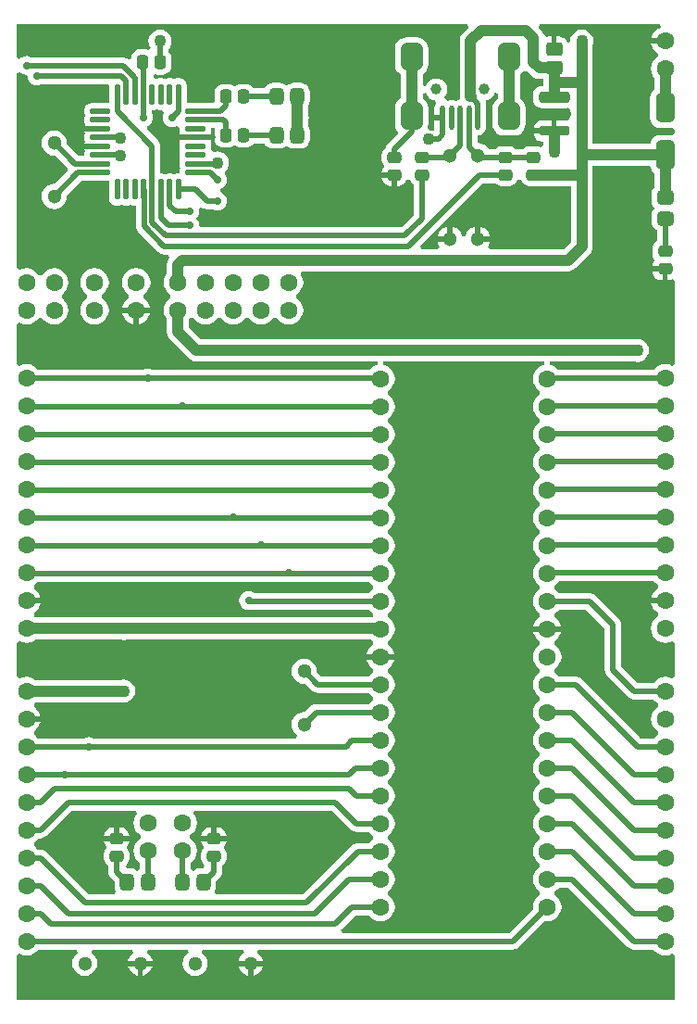
<source format=gtl>
%FSTAX43Y43*%
%MOMM*%
G71*
G01*
G75*
G04 Layer_Physical_Order=1*
G04 Layer_Color=16776960*
G04:AMPARAMS|DCode=10|XSize=1.3mm|YSize=1mm|CornerRadius=0.25mm|HoleSize=0mm|Usage=FLASHONLY|Rotation=270.000|XOffset=0mm|YOffset=0mm|HoleType=Round|Shape=RoundedRectangle|*
%AMROUNDEDRECTD10*
21,1,1.300,0.500,0,0,270.0*
21,1,0.800,1.000,0,0,270.0*
1,1,0.500,-0.250,-0.400*
1,1,0.500,-0.250,0.400*
1,1,0.500,0.250,0.400*
1,1,0.500,0.250,-0.400*
%
%ADD10ROUNDEDRECTD10*%
G04:AMPARAMS|DCode=11|XSize=1.5mm|YSize=1.3mm|CornerRadius=0.325mm|HoleSize=0mm|Usage=FLASHONLY|Rotation=270.000|XOffset=0mm|YOffset=0mm|HoleType=Round|Shape=RoundedRectangle|*
%AMROUNDEDRECTD11*
21,1,1.500,0.650,0,0,270.0*
21,1,0.850,1.300,0,0,270.0*
1,1,0.650,-0.325,-0.425*
1,1,0.650,-0.325,0.425*
1,1,0.650,0.325,0.425*
1,1,0.650,0.325,-0.425*
%
%ADD11ROUNDEDRECTD11*%
G04:AMPARAMS|DCode=12|XSize=1.9mm|YSize=0.5mm|CornerRadius=0.125mm|HoleSize=0mm|Usage=FLASHONLY|Rotation=0.000|XOffset=0mm|YOffset=0mm|HoleType=Round|Shape=RoundedRectangle|*
%AMROUNDEDRECTD12*
21,1,1.900,0.250,0,0,0.0*
21,1,1.650,0.500,0,0,0.0*
1,1,0.250,0.825,-0.125*
1,1,0.250,-0.825,-0.125*
1,1,0.250,-0.825,0.125*
1,1,0.250,0.825,0.125*
%
%ADD12ROUNDEDRECTD12*%
G04:AMPARAMS|DCode=13|XSize=1.9mm|YSize=0.5mm|CornerRadius=0.125mm|HoleSize=0mm|Usage=FLASHONLY|Rotation=90.000|XOffset=0mm|YOffset=0mm|HoleType=Round|Shape=RoundedRectangle|*
%AMROUNDEDRECTD13*
21,1,1.900,0.250,0,0,90.0*
21,1,1.650,0.500,0,0,90.0*
1,1,0.250,0.125,0.825*
1,1,0.250,0.125,-0.825*
1,1,0.250,-0.125,-0.825*
1,1,0.250,-0.125,0.825*
%
%ADD13ROUNDEDRECTD13*%
G04:AMPARAMS|DCode=14|XSize=1.3mm|YSize=1mm|CornerRadius=0.25mm|HoleSize=0mm|Usage=FLASHONLY|Rotation=180.000|XOffset=0mm|YOffset=0mm|HoleType=Round|Shape=RoundedRectangle|*
%AMROUNDEDRECTD14*
21,1,1.300,0.500,0,0,180.0*
21,1,0.800,1.000,0,0,180.0*
1,1,0.500,-0.400,0.250*
1,1,0.500,0.400,0.250*
1,1,0.500,0.400,-0.250*
1,1,0.500,-0.400,-0.250*
%
%ADD14ROUNDEDRECTD14*%
G04:AMPARAMS|DCode=15|XSize=1.5mm|YSize=1.3mm|CornerRadius=0.325mm|HoleSize=0mm|Usage=FLASHONLY|Rotation=0.000|XOffset=0mm|YOffset=0mm|HoleType=Round|Shape=RoundedRectangle|*
%AMROUNDEDRECTD15*
21,1,1.500,0.650,0,0,0.0*
21,1,0.850,1.300,0,0,0.0*
1,1,0.650,0.425,-0.325*
1,1,0.650,-0.425,-0.325*
1,1,0.650,-0.425,0.325*
1,1,0.650,0.425,0.325*
%
%ADD15ROUNDEDRECTD15*%
G04:AMPARAMS|DCode=16|XSize=2.65mm|YSize=1.75mm|CornerRadius=0.438mm|HoleSize=0mm|Usage=FLASHONLY|Rotation=270.000|XOffset=0mm|YOffset=0mm|HoleType=Round|Shape=RoundedRectangle|*
%AMROUNDEDRECTD16*
21,1,2.650,0.875,0,0,270.0*
21,1,1.775,1.750,0,0,270.0*
1,1,0.875,-0.438,-0.887*
1,1,0.875,-0.438,0.887*
1,1,0.875,0.438,0.887*
1,1,0.875,0.438,-0.887*
%
%ADD16ROUNDEDRECTD16*%
G04:AMPARAMS|DCode=17|XSize=0.9mm|YSize=2.7mm|CornerRadius=0.225mm|HoleSize=0mm|Usage=FLASHONLY|Rotation=270.000|XOffset=0mm|YOffset=0mm|HoleType=Round|Shape=RoundedRectangle|*
%AMROUNDEDRECTD17*
21,1,0.900,2.250,0,0,270.0*
21,1,0.450,2.700,0,0,270.0*
1,1,0.450,-1.125,-0.225*
1,1,0.450,-1.125,0.225*
1,1,0.450,1.125,0.225*
1,1,0.450,1.125,-0.225*
%
%ADD17ROUNDEDRECTD17*%
G04:AMPARAMS|DCode=18|XSize=1mm|YSize=2.8mm|CornerRadius=0.25mm|HoleSize=0mm|Usage=FLASHONLY|Rotation=270.000|XOffset=0mm|YOffset=0mm|HoleType=Round|Shape=RoundedRectangle|*
%AMROUNDEDRECTD18*
21,1,1.000,2.300,0,0,270.0*
21,1,0.500,2.800,0,0,270.0*
1,1,0.500,-1.150,-0.250*
1,1,0.500,-1.150,0.250*
1,1,0.500,1.150,0.250*
1,1,0.500,1.150,-0.250*
%
%ADD18ROUNDEDRECTD18*%
G04:AMPARAMS|DCode=19|XSize=1.5mm|YSize=1.25mm|CornerRadius=0.313mm|HoleSize=0mm|Usage=FLASHONLY|Rotation=0.000|XOffset=0mm|YOffset=0mm|HoleType=Round|Shape=RoundedRectangle|*
%AMROUNDEDRECTD19*
21,1,1.500,0.625,0,0,0.0*
21,1,0.875,1.250,0,0,0.0*
1,1,0.625,0.438,-0.313*
1,1,0.625,-0.438,-0.313*
1,1,0.625,-0.438,0.313*
1,1,0.625,0.438,0.313*
%
%ADD19ROUNDEDRECTD19*%
%ADD20O,0.500X2.250*%
G04:AMPARAMS|DCode=21|XSize=2.5mm|YSize=2mm|CornerRadius=0.5mm|HoleSize=0mm|Usage=FLASHONLY|Rotation=90.000|XOffset=0mm|YOffset=0mm|HoleType=Round|Shape=RoundedRectangle|*
%AMROUNDEDRECTD21*
21,1,2.500,1.000,0,0,90.0*
21,1,1.500,2.000,0,0,90.0*
1,1,1.000,0.500,0.750*
1,1,1.000,0.500,-0.750*
1,1,1.000,-0.500,-0.750*
1,1,1.000,-0.500,0.750*
%
%ADD21ROUNDEDRECTD21*%
%ADD22C,0.500*%
%ADD23C,1.000*%
%ADD24C,0.300*%
%ADD25C,1.600*%
%ADD26C,1.300*%
%ADD27C,1.000*%
%ADD28C,1.100*%
%ADD29C,0.700*%
G36*
X0081305Y0093053D02*
X0081557Y009286D01*
Y009256D01*
X0081305Y0092367D01*
X0081097Y0092096D01*
X0080966Y0091779D01*
X0080954Y009169D01*
X0082232D01*
Y009119D01*
X0080954D01*
X0080966Y0091101D01*
X0081097Y0090784D01*
X0081305Y0090513D01*
X0081557Y009032D01*
Y009002D01*
X0081305Y0089827D01*
X0081097Y0089556D01*
X0080966Y0089239D01*
X0080921Y00889D01*
X0080966Y0088561D01*
X0081097Y0088244D01*
X0081305Y0087973D01*
X0081577Y0087764D01*
X0081893Y0087633D01*
X0082232Y0087589D01*
X0082572Y0087633D01*
X0082879Y0087761D01*
X0083129Y0087594D01*
Y0084491D01*
X0082879Y0084324D01*
X0082572Y0084452D01*
X0082232Y0084496D01*
X0081893Y0084452D01*
X0081577Y0084321D01*
X0081305Y0084112D01*
X0081174Y0083941D01*
X0079688D01*
X0078226Y0085403D01*
Y0089217D01*
X0078226Y0089217D01*
X0078201Y0089413D01*
X0078125Y0089596D01*
X0078005Y0089752D01*
X0078005Y0089752D01*
X007583Y0091927D01*
X0075673Y0092048D01*
X007562Y009207D01*
X0075491Y0092123D01*
X0075295Y0092149D01*
X0072496D01*
X0072365Y009232D01*
X0072113Y0092512D01*
Y0092812D01*
X0072365Y0093005D01*
X0072532Y0093224D01*
X0081174D01*
X0081305Y0093053D01*
D02*
G37*
G36*
X005527Y0093005D02*
X0055522Y0092812D01*
Y0092512D01*
X005527Y009232D01*
X0055139Y0092149D01*
X0044605D01*
X0044561Y0092182D01*
X0044354Y0092268D01*
X0044132Y0092297D01*
X0043911Y0092268D01*
X0043704Y0092182D01*
X0043526Y0092046D01*
X004339Y0091869D01*
X0043304Y0091662D01*
X0043275Y009144D01*
X0043304Y0091218D01*
X004339Y0091011D01*
X0043526Y0090834D01*
X0043704Y0090698D01*
X0043911Y0090612D01*
X0044132Y0090583D01*
X0044354Y0090612D01*
X0044413Y0090636D01*
X0055139D01*
X005527Y0090465D01*
X0055522Y0090272D01*
Y0089973D01*
X0055438Y0089909D01*
X0033011D01*
X0032977Y0089923D01*
X0032702Y0089959D01*
X0032428Y0089923D01*
X0032394Y0089909D01*
X0024634D01*
X0024488Y009002D01*
Y009032D01*
X002474Y0090513D01*
X0024948Y0090784D01*
X0025079Y0091101D01*
X0025091Y009119D01*
X0023812D01*
Y009169D01*
X0025091D01*
X0025079Y0091779D01*
X0024948Y0092096D01*
X002474Y0092367D01*
X0024488Y009256D01*
Y009286D01*
X002474Y0093053D01*
X0024834Y0093176D01*
X0047535D01*
X0047594Y0093152D01*
X0047815Y0093123D01*
X0048037Y0093152D01*
X0048096Y0093176D01*
X0055139D01*
X005527Y0093005D01*
D02*
G37*
G36*
X0080882Y013102D02*
X0080976Y0130792D01*
X0081126Y0130596D01*
X0081224Y0130522D01*
Y0129185D01*
X0081219Y0129181D01*
X0081087Y0129009D01*
X0081004Y0128808D01*
X0080975Y0128592D01*
Y0127942D01*
X0081004Y0127727D01*
X0081087Y0127526D01*
X0081219Y0127354D01*
Y0127281D01*
X0081087Y0127109D01*
X0081004Y0126908D01*
X0080975Y0126692D01*
Y0126043D01*
X0081004Y0125827D01*
X0081087Y0125626D01*
X0081219Y0125454D01*
X0081391Y0125322D01*
X0081476Y0125287D01*
Y0124269D01*
X0081454Y012426D01*
X0081298Y012414D01*
X0081177Y0123983D01*
X0081102Y0123801D01*
X0081076Y0123605D01*
Y0123105D01*
X0081102Y0122909D01*
X0081177Y0122727D01*
X0081298Y012257D01*
Y012254D01*
X0081177Y0122383D01*
X0081102Y0122201D01*
X0081076Y0122005D01*
X0082232D01*
Y0121755D01*
X0082482D01*
Y0120749D01*
X0082632D01*
X0082828Y0120774D01*
X0082879Y0120795D01*
X0083129Y0120629D01*
Y0113066D01*
X0082879Y0112899D01*
X0082572Y0113027D01*
X0082232Y0113071D01*
X0081893Y0113027D01*
X0081577Y0112896D01*
X0081305Y0112687D01*
X0081174Y0112516D01*
X0072459D01*
X0072365Y011264D01*
X0072093Y0112848D01*
X0071777Y0112979D01*
X0071678Y0112992D01*
X0071698Y0113291D01*
X0079384D01*
X0079418Y0113277D01*
X0079692Y0113241D01*
X0079967Y0113277D01*
X0080222Y0113383D01*
X0080441Y0113551D01*
X008061Y011377D01*
X0080715Y0114026D01*
X0080752Y01143D01*
X0080715Y0114574D01*
X008061Y011483D01*
X0080441Y0115049D01*
X0080222Y0115217D01*
X0079967Y0115323D01*
X0079692Y0115359D01*
X0079418Y0115323D01*
X0079384Y0115309D01*
X0039788D01*
X0038664Y0116432D01*
Y0117162D01*
X0038776Y0117307D01*
X0039076D01*
X0039268Y0117056D01*
X003954Y0116847D01*
X0039856Y0116716D01*
X0040195Y0116672D01*
X0040535Y0116716D01*
X0040851Y0116847D01*
X0041123Y0117056D01*
X0041315Y0117307D01*
X0041616D01*
X0041808Y0117056D01*
X004208Y0116847D01*
X0042396Y0116716D01*
X0042736Y0116672D01*
X0043075Y0116716D01*
X0043391Y0116847D01*
X0043663Y0117056D01*
X0043855Y0117307D01*
X0044155D01*
X0044348Y0117056D01*
X004462Y0116847D01*
X0044936Y0116716D01*
X0045276Y0116672D01*
X0045615Y0116716D01*
X0045931Y0116847D01*
X0046203Y0117056D01*
X0046396Y0117307D01*
X0046695D01*
X0046888Y0117056D01*
X004716Y0116847D01*
X0047476Y0116716D01*
X0047815Y0116672D01*
X0048155Y0116716D01*
X0048471Y0116847D01*
X0048743Y0117056D01*
X0048951Y0117327D01*
X0049082Y0117644D01*
X0049127Y0117983D01*
X0049082Y0118322D01*
X0048951Y0118639D01*
X0048743Y011891D01*
X0048491Y0119103D01*
Y0119403D01*
X0048743Y0119596D01*
X0048951Y0119867D01*
X0049082Y0120184D01*
X0049127Y0120523D01*
X0049082Y0120862D01*
X0048951Y0121179D01*
X0048875Y0121277D01*
X0049008Y0121546D01*
X0073342D01*
X0073604Y0121581D01*
X0073847Y0121682D01*
X0074056Y0121842D01*
X0075326Y0123112D01*
X0075486Y0123321D01*
X0075587Y0123564D01*
X0075621Y0123825D01*
X0075621Y0123825D01*
X0075621Y0123825D01*
Y0123825D01*
Y0131144D01*
X0080865D01*
X0080882Y013102D01*
D02*
G37*
G36*
X0071197Y0112992D02*
X0071098Y0112979D01*
X0070782Y0112848D01*
X007051Y011264D01*
X0070302Y0112368D01*
X0070171Y0112052D01*
X0070126Y0111713D01*
X0070171Y0111373D01*
X0070302Y0111057D01*
X007051Y0110785D01*
X0070762Y0110592D01*
Y0110293D01*
X007051Y01101D01*
X0070302Y0109828D01*
X0070171Y0109512D01*
X0070126Y0109173D01*
X0070171Y0108833D01*
X0070302Y0108517D01*
X007051Y0108245D01*
X0070762Y0108052D01*
Y0107753D01*
X007051Y010756D01*
X0070302Y0107288D01*
X0070171Y0106972D01*
X0070126Y0106632D01*
X0070171Y0106293D01*
X0070302Y0105977D01*
X007051Y0105705D01*
X0070762Y0105512D01*
Y0105213D01*
X007051Y010502D01*
X0070302Y0104748D01*
X0070171Y0104432D01*
X0070126Y0104092D01*
X0070171Y0103753D01*
X0070302Y0103437D01*
X007051Y0103165D01*
X0070762Y0102973D01*
Y0102673D01*
X007051Y010248D01*
X0070302Y0102208D01*
X0070171Y0101892D01*
X0070126Y0101552D01*
X0070171Y0101213D01*
X0070302Y0100897D01*
X007051Y0100625D01*
X0070762Y0100433D01*
Y0100132D01*
X007051Y009994D01*
X0070302Y0099668D01*
X0070171Y0099352D01*
X0070126Y0099012D01*
X0070171Y0098673D01*
X0070302Y0098357D01*
X007051Y0098085D01*
X0070762Y0097893D01*
Y0097592D01*
X007051Y00974D01*
X0070302Y0097128D01*
X0070171Y0096812D01*
X0070126Y0096473D01*
X0070171Y0096133D01*
X0070302Y0095817D01*
X007051Y0095545D01*
X0070762Y0095353D01*
Y0095052D01*
X007051Y009486D01*
X0070302Y0094588D01*
X0070171Y0094272D01*
X0070126Y0093933D01*
X0070171Y0093593D01*
X0070302Y0093277D01*
X007051Y0093005D01*
X0070762Y0092812D01*
Y0092512D01*
X007051Y009232D01*
X0070302Y0092048D01*
X0070171Y0091732D01*
X0070126Y0091393D01*
X0070171Y0091053D01*
X0070302Y0090737D01*
X007051Y0090465D01*
X0070762Y0090272D01*
Y0089973D01*
X007051Y008978D01*
X0070302Y0089508D01*
X0070171Y0089192D01*
X0070159Y0089103D01*
X0072716D01*
X0072704Y0089192D01*
X0072573Y0089508D01*
X0072365Y008978D01*
X0072113Y0089973D01*
Y0090272D01*
X0072365Y0090465D01*
X0072496Y0090636D01*
X0074982D01*
X0076714Y0088904D01*
Y008509D01*
X0076714Y008509D01*
X0076714D01*
X0076739Y0084894D01*
X0076815Y0084712D01*
X0076935Y0084555D01*
X007884Y008265D01*
X0078997Y008253D01*
X0079179Y0082454D01*
X0079375Y0082429D01*
X0081174D01*
X0081305Y0082258D01*
X0081557Y0082065D01*
Y0081765D01*
X0081305Y0081572D01*
X0081097Y0081301D01*
X0080966Y0080984D01*
X0080921Y0080645D01*
X0080966Y0080306D01*
X0081097Y0079989D01*
X0081305Y0079718D01*
X0081557Y0079525D01*
Y0079225D01*
X0081305Y0079032D01*
X0081174Y0078861D01*
X0080006D01*
X007456Y0084307D01*
X0074403Y0084428D01*
X007435Y008445D01*
X0074221Y0084503D01*
X0074025Y0084529D01*
X0072496D01*
X0072365Y00847D01*
X0072113Y0084893D01*
Y0085192D01*
X0072365Y0085385D01*
X0072573Y0085657D01*
X0072704Y0085973D01*
X0072749Y0086312D01*
X0072704Y0086652D01*
X0072573Y0086968D01*
X0072365Y008724D01*
X0072113Y0087433D01*
Y0087732D01*
X0072365Y0087925D01*
X0072573Y0088197D01*
X0072704Y0088513D01*
X0072716Y0088603D01*
X0070159D01*
X0070171Y0088513D01*
X0070302Y0088197D01*
X007051Y0087925D01*
X0070762Y0087732D01*
Y0087433D01*
X007051Y008724D01*
X0070302Y0086968D01*
X0070171Y0086652D01*
X0070126Y0086312D01*
X0070171Y0085973D01*
X0070302Y0085657D01*
X007051Y0085385D01*
X0070762Y0085192D01*
Y0084893D01*
X007051Y00847D01*
X0070302Y0084428D01*
X0070171Y0084112D01*
X0070126Y0083772D01*
X0070171Y0083433D01*
X0070302Y0083117D01*
X007051Y0082845D01*
X0070762Y0082652D01*
Y0082353D01*
X007051Y008216D01*
X0070302Y0081888D01*
X0070171Y0081572D01*
X0070126Y0081232D01*
X0070171Y0080893D01*
X0070302Y0080577D01*
X007051Y0080305D01*
X0070762Y0080113D01*
Y0079812D01*
X007051Y007962D01*
X0070302Y0079348D01*
X0070171Y0079032D01*
X0070126Y0078692D01*
X0070171Y0078353D01*
X0070302Y0078037D01*
X007051Y0077765D01*
X0070762Y0077573D01*
Y0077272D01*
X007051Y007708D01*
X0070302Y0076808D01*
X0070171Y0076492D01*
X0070126Y0076152D01*
X0070171Y0075813D01*
X0070302Y0075497D01*
X007051Y0075225D01*
X0070762Y0075033D01*
Y0074732D01*
X007051Y007454D01*
X0070302Y0074268D01*
X0070171Y0073952D01*
X0070126Y0073613D01*
X0070171Y0073273D01*
X0070302Y0072957D01*
X007051Y0072685D01*
X0070762Y0072493D01*
Y0072192D01*
X007051Y0072D01*
X0070302Y0071728D01*
X0070171Y0071412D01*
X0070126Y0071073D01*
X0070171Y0070733D01*
X0070302Y0070417D01*
X007051Y0070145D01*
X0070762Y0069952D01*
Y0069652D01*
X007051Y006946D01*
X0070302Y0069188D01*
X0070171Y0068872D01*
X0070126Y0068533D01*
X0070171Y0068193D01*
X0070302Y0067877D01*
X007051Y0067605D01*
X0070762Y0067412D01*
Y0067113D01*
X007051Y006692D01*
X0070302Y0066648D01*
X0070171Y0066332D01*
X0070126Y0065993D01*
X0070171Y0065653D01*
X0070302Y0065337D01*
X007051Y0065065D01*
X0070762Y0064872D01*
Y0064573D01*
X007051Y006438D01*
X0070302Y0064108D01*
X0070171Y0063792D01*
X0070126Y0063452D01*
X0070154Y0063239D01*
X0067997Y0061081D01*
X0052686D01*
X0052589Y0061366D01*
X0052605Y0061378D01*
X0052605Y0061378D01*
X0052605Y0061378D01*
X0053923Y0062696D01*
X0055139D01*
X005527Y0062525D01*
X0055542Y0062317D01*
X0055858Y0062186D01*
X0056197Y0062141D01*
X0056537Y0062186D01*
X0056853Y0062317D01*
X0057125Y0062525D01*
X0057333Y0062797D01*
X0057464Y0063113D01*
X0057509Y0063452D01*
X0057464Y0063792D01*
X0057333Y0064108D01*
X0057125Y006438D01*
X0056873Y0064573D01*
Y0064872D01*
X0057125Y0065065D01*
X0057333Y0065337D01*
X0057464Y0065653D01*
X0057509Y0065993D01*
X0057464Y0066332D01*
X0057333Y0066648D01*
X0057125Y006692D01*
X0056873Y0067113D01*
Y0067412D01*
X0057125Y0067605D01*
X0057333Y0067877D01*
X0057464Y0068193D01*
X0057509Y0068533D01*
X0057464Y0068872D01*
X0057333Y0069188D01*
X0057125Y006946D01*
X0056873Y0069652D01*
Y0069952D01*
X0057125Y0070145D01*
X0057333Y0070417D01*
X0057464Y0070733D01*
X0057509Y0071073D01*
X0057464Y0071412D01*
X0057333Y0071728D01*
X0057125Y0072D01*
X0056873Y0072192D01*
Y0072493D01*
X0057125Y0072685D01*
X0057333Y0072957D01*
X0057464Y0073273D01*
X0057509Y0073613D01*
X0057464Y0073952D01*
X0057333Y0074268D01*
X0057125Y007454D01*
X0056873Y0074732D01*
Y0075033D01*
X0057125Y0075225D01*
X0057333Y0075497D01*
X0057464Y0075813D01*
X0057509Y0076152D01*
X0057464Y0076492D01*
X0057333Y0076808D01*
X0057125Y007708D01*
X0056873Y0077272D01*
Y0077573D01*
X0057125Y0077765D01*
X0057333Y0078037D01*
X0057464Y0078353D01*
X0057509Y0078692D01*
X0057464Y0079032D01*
X0057333Y0079348D01*
X0057125Y007962D01*
X0056873Y0079812D01*
Y0080113D01*
X0057125Y0080305D01*
X0057333Y0080577D01*
X0057464Y0080893D01*
X0057509Y0081232D01*
X0057464Y0081572D01*
X0057333Y0081888D01*
X0057125Y008216D01*
X0056873Y0082353D01*
Y0082652D01*
X0057125Y0082845D01*
X0057333Y0083117D01*
X0057464Y0083433D01*
X0057509Y0083772D01*
X0057464Y0084112D01*
X0057333Y0084428D01*
X0057125Y00847D01*
X0056873Y0084893D01*
Y0085192D01*
X0057125Y0085385D01*
X0057333Y0085657D01*
X0057464Y0085973D01*
X0057476Y0086062D01*
X0054919D01*
X0054931Y0085973D01*
X0055062Y0085657D01*
X005527Y0085385D01*
X0055522Y0085192D01*
Y0084893D01*
X005527Y00847D01*
X0055139Y0084529D01*
X0050743D01*
X0050362Y008491D01*
X0050372Y008499D01*
X0050333Y008529D01*
X0050217Y008557D01*
X0050033Y008581D01*
X0049792Y0085995D01*
X0049513Y008611D01*
X0049213Y008615D01*
X0048912Y008611D01*
X0048633Y0085995D01*
X0048392Y008581D01*
X0048208Y008557D01*
X0048092Y008529D01*
X0048053Y008499D01*
X0048092Y008469D01*
X0048208Y008441D01*
X0048392Y008417D01*
X0048633Y0083985D01*
X0048912Y008387D01*
X0049213Y008383D01*
X0049292Y0083841D01*
X0049895Y0083238D01*
X0049895Y0083238D01*
X0049984Y008317D01*
X0050052Y0083117D01*
X0050234Y0083042D01*
X005043Y0083016D01*
X0055139D01*
X005527Y0082845D01*
X0055522Y0082652D01*
Y0082353D01*
X005527Y008216D01*
X0055139Y0081989D01*
X0050335D01*
X0050139Y0081963D01*
X0049957Y0081888D01*
X00498Y0081767D01*
X0049292Y0081259D01*
X0049213Y008127D01*
X0048912Y008123D01*
X0048633Y0081115D01*
X0048392Y008093D01*
X0048208Y008069D01*
X0048092Y008041D01*
X0048053Y008011D01*
X0048092Y007981D01*
X0048208Y007953D01*
X0048392Y007929D01*
X004858Y0079146D01*
X0048484Y0078861D01*
X0029922D01*
X0029749Y0078933D01*
X0029528Y0078962D01*
X0029306Y0078933D01*
X0029133Y0078861D01*
X0024871D01*
X002474Y0079032D01*
X0024488Y0079225D01*
Y0079525D01*
X002474Y0079718D01*
X0024948Y0079989D01*
X0025079Y0080306D01*
X0025091Y0080395D01*
X0023812D01*
Y0080895D01*
X0025091D01*
X0025079Y0080984D01*
X0024948Y0081301D01*
X002474Y0081572D01*
X0024488Y0081765D01*
Y0082065D01*
X0024634Y0082176D01*
X0032394D01*
X0032428Y0082162D01*
X0032702Y0082126D01*
X0032977Y0082162D01*
X0033232Y0082268D01*
X0033451Y0082436D01*
X003362Y0082655D01*
X0033725Y0082911D01*
X0033762Y0083185D01*
X0033725Y0083459D01*
X003362Y0083715D01*
X0033451Y0083934D01*
X0033232Y0084102D01*
X0032977Y0084208D01*
X0032702Y0084244D01*
X0032428Y0084208D01*
X0032394Y0084194D01*
X0024634D01*
X0024468Y0084321D01*
X0024152Y0084452D01*
X0023812Y0084496D01*
X0023473Y0084452D01*
X0023166Y0084324D01*
X0022916Y0084491D01*
Y0087594D01*
X0023166Y0087761D01*
X0023473Y0087633D01*
X0023812Y0087589D01*
X0024152Y0087633D01*
X0024468Y0087764D01*
X0024634Y0087891D01*
X0032394D01*
X0032428Y0087877D01*
X0032702Y0087841D01*
X0032977Y0087877D01*
X0033011Y0087891D01*
X0055315D01*
X0055522Y0087732D01*
Y0087433D01*
X005527Y008724D01*
X0055062Y0086968D01*
X0054931Y0086652D01*
X0054919Y0086562D01*
X0057476D01*
X0057464Y0086652D01*
X0057333Y0086968D01*
X0057125Y008724D01*
X0056873Y0087433D01*
Y0087732D01*
X0057125Y0087925D01*
X0057333Y0088197D01*
X0057464Y0088513D01*
X0057509Y0088853D01*
X0057464Y0089192D01*
X0057333Y0089508D01*
X0057125Y008978D01*
X0056873Y0089973D01*
Y0090272D01*
X0057125Y0090465D01*
X0057333Y0090737D01*
X0057464Y0091053D01*
X0057509Y0091393D01*
X0057464Y0091732D01*
X0057333Y0092048D01*
X0057125Y009232D01*
X0056873Y0092512D01*
Y0092812D01*
X0057125Y0093005D01*
X0057333Y0093277D01*
X0057464Y0093593D01*
X0057509Y0093933D01*
X0057464Y0094272D01*
X0057333Y0094588D01*
X0057125Y009486D01*
X0056873Y0095052D01*
Y0095353D01*
X0057125Y0095545D01*
X0057333Y0095817D01*
X0057464Y0096133D01*
X0057509Y0096473D01*
X0057464Y0096812D01*
X0057333Y0097128D01*
X0057125Y00974D01*
X0056873Y0097592D01*
Y0097893D01*
X0057125Y0098085D01*
X0057333Y0098357D01*
X0057464Y0098673D01*
X0057509Y0099012D01*
X0057464Y0099352D01*
X0057333Y0099668D01*
X0057125Y009994D01*
X0056873Y0100132D01*
Y0100433D01*
X0057125Y0100625D01*
X0057333Y0100897D01*
X0057464Y0101213D01*
X0057509Y0101552D01*
X0057464Y0101892D01*
X0057333Y0102208D01*
X0057125Y010248D01*
X0056873Y0102673D01*
Y0102973D01*
X0057125Y0103165D01*
X0057333Y0103437D01*
X0057464Y0103753D01*
X0057509Y0104092D01*
X0057464Y0104432D01*
X0057333Y0104748D01*
X0057125Y010502D01*
X0056873Y0105213D01*
Y0105512D01*
X0057125Y0105705D01*
X0057333Y0105977D01*
X0057464Y0106293D01*
X0057509Y0106632D01*
X0057464Y0106972D01*
X0057333Y0107288D01*
X0057125Y010756D01*
X0056873Y0107753D01*
Y0108052D01*
X0057125Y0108245D01*
X0057333Y0108517D01*
X0057464Y0108833D01*
X0057509Y0109173D01*
X0057464Y0109512D01*
X0057333Y0109828D01*
X0057125Y01101D01*
X0056873Y0110293D01*
Y0110592D01*
X0057125Y0110785D01*
X0057333Y0111057D01*
X0057464Y0111373D01*
X0057509Y0111713D01*
X0057464Y0112052D01*
X0057333Y0112368D01*
X0057125Y011264D01*
X0056853Y0112848D01*
X0056537Y0112979D01*
X0056438Y0112992D01*
X0056458Y0113291D01*
X0071177D01*
X0071197Y0112992D01*
D02*
G37*
G36*
X007884Y005979D02*
X007884Y005979D01*
X0078997Y005967D01*
X0079179Y0059594D01*
X0079375Y0059569D01*
X0081174D01*
X0081305Y0059398D01*
X0081577Y0059189D01*
X0081893Y0059058D01*
X0082232Y0059014D01*
X0082572Y0059058D01*
X0082879Y0059186D01*
X0083129Y0059019D01*
Y0054984D01*
X0022916D01*
Y0059019D01*
X0023166Y0059186D01*
X0023473Y0059058D01*
X0023812Y0059014D01*
X0024152Y0059058D01*
X0024468Y0059189D01*
X002474Y0059398D01*
X0024871Y0059569D01*
X0028453D01*
X0028549Y0059284D01*
X0028326Y0059113D01*
X0028142Y0058873D01*
X0028026Y0058593D01*
X0027987Y0058293D01*
X0028026Y0057993D01*
X0028142Y0057713D01*
X0028326Y0057473D01*
X0028567Y0057288D01*
X0028846Y0057173D01*
X0029146Y0057133D01*
X0029447Y0057173D01*
X0029726Y0057288D01*
X0029967Y0057473D01*
X0030151Y0057713D01*
X0030267Y0057993D01*
X0030306Y0058293D01*
X0030267Y0058593D01*
X0030151Y0058873D01*
X0029967Y0059113D01*
X0029743Y0059284D01*
X002984Y0059569D01*
X0033533D01*
X003363Y0059284D01*
X0033406Y0059113D01*
X0033222Y0058873D01*
X0033106Y0058593D01*
X0033099Y0058543D01*
X0035354D01*
X0035347Y0058593D01*
X0035231Y0058873D01*
X0035047Y0059113D01*
X0034824Y0059284D01*
X003492Y0059569D01*
X003855D01*
X0038646Y0059284D01*
X0038423Y0059113D01*
X0038238Y0058873D01*
X0038123Y0058593D01*
X0038083Y0058293D01*
X0038123Y0057993D01*
X0038238Y0057713D01*
X0038423Y0057473D01*
X0038663Y0057288D01*
X0038943Y0057173D01*
X0039243Y0057133D01*
X0039543Y0057173D01*
X0039823Y0057288D01*
X0040063Y0057473D01*
X0040248Y0057713D01*
X0040363Y0057993D01*
X0040403Y0058293D01*
X0040363Y0058593D01*
X0040248Y0058873D01*
X0040063Y0059113D01*
X003984Y0059284D01*
X0039936Y0059569D01*
X004363D01*
X0043726Y0059284D01*
X0043503Y0059113D01*
X0043318Y0058873D01*
X0043203Y0058593D01*
X0043196Y0058543D01*
X004545D01*
X0045443Y0058593D01*
X0045328Y0058873D01*
X0045143Y0059113D01*
X004492Y0059284D01*
X0045016Y0059569D01*
X006831D01*
X0068506Y0059594D01*
X0068635Y0059648D01*
X0068688Y005967D01*
X0068845Y005979D01*
X0071224Y0062169D01*
X0071438Y0062141D01*
X0071777Y0062186D01*
X0072093Y0062317D01*
X0072365Y0062525D01*
X0072573Y0062797D01*
X0072704Y0063113D01*
X0072749Y0063452D01*
X0072704Y0063792D01*
X0072573Y0064108D01*
X0072365Y006438D01*
X0072113Y0064573D01*
Y0064872D01*
X0072365Y0065065D01*
X0072496Y0065236D01*
X0073394D01*
X007884Y005979D01*
D02*
G37*
G36*
X0053488Y0070538D02*
X0053488Y0070538D01*
X0053576Y007047D01*
X0053644Y0070417D01*
X005372Y0070386D01*
X0053827Y0070342D01*
X0054022Y0070316D01*
X0055139D01*
X005527Y0070145D01*
X0055522Y0069952D01*
Y0069652D01*
X005527Y006946D01*
X0055139Y0069289D01*
X0054126D01*
X005393Y0069263D01*
X0053823Y0069219D01*
X0053748Y0069188D01*
X0053591Y0069067D01*
X0049098Y0064574D01*
X0041151D01*
X0041019Y0064843D01*
X0041048Y0064881D01*
X0041131Y0065082D01*
X004116Y0065298D01*
Y006581D01*
X0041492Y0066143D01*
X0041492Y0066143D01*
X0041613Y0066299D01*
X0041688Y0066482D01*
X0041691Y0066504D01*
X0041714Y0066677D01*
X0041714Y0066678D01*
Y0067183D01*
X0041736Y0067192D01*
X0041892Y0067313D01*
X0042013Y0067469D01*
X0042088Y0067652D01*
X0042114Y0067848D01*
Y0068348D01*
X0042088Y0068543D01*
X0042013Y0068726D01*
X0041892Y0068882D01*
Y0068913D01*
X0042013Y0069069D01*
X0042088Y0069252D01*
X0042114Y0069448D01*
X0039801D01*
X0039827Y0069252D01*
X0039902Y0069069D01*
X0040023Y0068913D01*
Y0068882D01*
X0039902Y0068726D01*
X0039827Y0068543D01*
X0039801Y0068348D01*
Y0067848D01*
X0039827Y0067652D01*
X0039902Y0067469D01*
X0040023Y0067313D01*
X0040086Y0067264D01*
X003999Y006698D01*
X0039678D01*
X0039462Y0066951D01*
X0039261Y0066868D01*
X0039128Y0066766D01*
X0038859Y0066898D01*
Y0067524D01*
X0039027Y0067653D01*
X0039236Y0067924D01*
X0039367Y0068241D01*
X0039411Y006858D01*
X0039367Y0068919D01*
X0039236Y0069236D01*
X0039027Y0069507D01*
X0038776Y00697D01*
Y007D01*
X0039027Y0070193D01*
X0039236Y0070464D01*
X0039367Y0070781D01*
X0039411Y007112D01*
X0039367Y0071459D01*
X0039236Y0071776D01*
X0039064Y0071999D01*
X0039195Y0072266D01*
X0039197Y0072269D01*
X0051757D01*
X0053488Y0070538D01*
D02*
G37*
G36*
X003383Y0072266D02*
X0033961Y0071999D01*
X0033789Y0071776D01*
X0033658Y0071459D01*
X0033614Y007112D01*
X0033658Y0070781D01*
X0033789Y0070464D01*
X0033998Y0070193D01*
X0034249Y007D01*
Y00697D01*
X0033998Y0069507D01*
X0033789Y0069236D01*
X0033658Y0068919D01*
X0033614Y006858D01*
X0033658Y0068241D01*
X0033789Y0067924D01*
X0033998Y0067653D01*
X0034166Y0067524D01*
Y0066898D01*
X0033897Y0066766D01*
X0033764Y0066868D01*
X0033563Y0066951D01*
X0033347Y006698D01*
X0033035D01*
X0032939Y0067264D01*
X0033002Y0067313D01*
X0033123Y0067469D01*
X0033198Y0067652D01*
X0033224Y0067848D01*
Y0068348D01*
X0033198Y0068543D01*
X0033123Y0068726D01*
X0033002Y0068882D01*
Y0068913D01*
X0033123Y0069069D01*
X0033198Y0069252D01*
X0033224Y0069448D01*
X0030911D01*
X0030937Y0069252D01*
X0031012Y0069069D01*
X0031133Y0068913D01*
Y0068882D01*
X0031012Y0068726D01*
X0030937Y0068543D01*
X0030911Y0068348D01*
Y0067848D01*
X0030937Y0067652D01*
X0031012Y0067469D01*
X0031133Y0067313D01*
X0031289Y0067192D01*
X0031311Y0067183D01*
Y0066677D01*
X0031311Y0066677D01*
X0031311D01*
X0031337Y0066482D01*
X0031412Y0066299D01*
X0031533Y0066143D01*
X0031865Y006581D01*
Y0065298D01*
X0031894Y0065082D01*
X0031977Y0064881D01*
X0032006Y0064843D01*
X0031874Y0064574D01*
X0029523D01*
X0025617Y006848D01*
X0025461Y00686D01*
X0025278Y0068676D01*
X0025083Y0068701D01*
X0024871D01*
X002474Y0068872D01*
X0024488Y0069065D01*
Y0069365D01*
X002474Y0069558D01*
X0024871Y0069729D01*
X0025083D01*
X0025278Y0069754D01*
X0025461Y006983D01*
X0025617Y006995D01*
X0027936Y0072269D01*
X0033828D01*
X003383Y0072266D01*
D02*
G37*
G36*
X0069625Y0139768D02*
X0070012Y0139382D01*
X0070221Y0139221D01*
X0070464Y0139121D01*
X0070725Y0139086D01*
X0071064D01*
Y0138747D01*
Y0138446D01*
X0070923D01*
X0070727Y0138421D01*
X0070544Y0138345D01*
X0070388Y0138225D01*
X0070267Y0138068D01*
X0070192Y0137886D01*
X0070166Y013769D01*
Y013719D01*
X0070192Y0136994D01*
X0070267Y0136812D01*
X0070388Y0136655D01*
X0070544Y0136535D01*
X0070727Y0136459D01*
X0070923Y0136434D01*
X0072056D01*
X0072073Y0136431D01*
X0072089Y0136434D01*
X0073223D01*
X0073378Y0136454D01*
X0073445Y0136396D01*
X0073604Y0136011D01*
Y0135795D01*
X0073392Y0135285D01*
X0073378Y0135272D01*
X0073198Y0135296D01*
X0072377D01*
X0072334Y0135314D01*
X0072323Y0135316D01*
Y013434D01*
X0072073D01*
Y013409D01*
X007022D01*
X0070241Y0133926D01*
X0070314Y0133749D01*
X007043Y0133598D01*
X0070582Y0133482D01*
X0070758Y0133409D01*
X0070948Y0133384D01*
X0071064D01*
Y0133054D01*
X0070814Y0132887D01*
X0070763Y0132908D01*
X0070567Y0132934D01*
X0069768D01*
X0069572Y0132908D01*
X0069389Y0132833D01*
X0069233Y0132712D01*
X0069211Y0132684D01*
X0068584D01*
X0068562Y0132712D01*
X0068406Y0132833D01*
X0068223Y0132908D01*
X0068027Y0132934D01*
X0067228D01*
X0067032Y0132908D01*
X0066849Y0132833D01*
X0066693Y0132712D01*
X0066671Y0132684D01*
X0066074D01*
X0065908Y01329D01*
X0065667Y0133085D01*
X0065388Y01332D01*
X0065088Y013324D01*
X0065056Y0133267D01*
Y0133903D01*
X00651Y0133941D01*
X0065296Y0133967D01*
X0065478Y0134042D01*
X0065635Y0134163D01*
X0065755Y0134319D01*
X0065831Y0134502D01*
X0065856Y0134697D01*
Y0135572D01*
X0065856Y0135572D01*
X0065856Y0135573D01*
Y0136447D01*
X0065844Y0136542D01*
Y0136842D01*
X0065818Y0137038D01*
X0065888Y0137159D01*
X0065961Y0137168D01*
X0066204Y0137269D01*
X0066413Y0137429D01*
X0066574Y0137638D01*
X0066647Y0137816D01*
X0066941Y0137757D01*
Y0137318D01*
X0066737Y0137161D01*
X0066576Y0136952D01*
X0066476Y0136709D01*
X0066441Y0136447D01*
Y0134947D01*
X0066476Y0134686D01*
X0066576Y0134443D01*
X0066737Y0134234D01*
X0066946Y0134074D01*
X0067189Y0133973D01*
X006745Y0133939D01*
X006845D01*
X0068711Y0133973D01*
X0068954Y0134074D01*
X0069163Y0134234D01*
X0069324Y0134443D01*
X0069424Y0134686D01*
X0069459Y0134947D01*
Y0136447D01*
X0069424Y0136709D01*
X0069324Y0136952D01*
X0069163Y0137161D01*
X0068959Y0137318D01*
Y0139527D01*
X0069163Y0139684D01*
X0069262Y0139813D01*
X0069483Y0139827D01*
X0069625Y0139768D01*
D02*
G37*
G36*
X0023206Y0139729D02*
X0023384Y0139593D01*
X0023591Y0139507D01*
X0023812Y0139478D01*
X0023908Y0139383D01*
X0023937Y0139161D01*
X0024023Y0138954D01*
X0024159Y0138776D01*
X0024336Y013864D01*
X0024543Y0138554D01*
X0024765Y0138525D01*
X0024987Y0138554D01*
X002516Y0138626D01*
X003128D01*
X0031363Y0138525D01*
Y0136912D01*
X002975D01*
X0029506Y0136864D01*
X0029299Y0136726D01*
X0029161Y0136519D01*
X0029113Y0136275D01*
Y0136025D01*
X0029161Y0135781D01*
X0029182Y013575D01*
X0029161Y0135719D01*
X0029113Y0135475D01*
Y0135225D01*
X0029161Y0134981D01*
X0029182Y013495D01*
X0029161Y0134919D01*
X0029138Y01348D01*
X0029282D01*
X0029299Y0134774D01*
X0029506Y0134636D01*
X002975Y0134588D01*
X0030575D01*
Y0134512D01*
X002975D01*
X0029506Y0134464D01*
X0029299Y0134326D01*
X0029282Y01343D01*
X0029138D01*
X0029161Y0134181D01*
X0029182Y013415D01*
X0029161Y0134119D01*
X0029113Y0133875D01*
Y0133625D01*
X0029161Y0133381D01*
X0029182Y013335D01*
X0029161Y0133319D01*
X0029138Y01332D01*
X0029282D01*
X0029299Y0133174D01*
X0029506Y0133036D01*
X002975Y0132988D01*
X0030575D01*
Y0132912D01*
X002975D01*
X0029506Y0132864D01*
X0029299Y0132726D01*
X0029282Y01327D01*
X0029138D01*
X0029161Y0132581D01*
X0029182Y013255D01*
X0029161Y0132519D01*
X0029113Y0132275D01*
Y0132106D01*
X0028566D01*
X0027502Y013317D01*
X0027512Y013325D01*
X0027473Y013355D01*
X0027357Y013383D01*
X0027173Y013407D01*
X0026932Y0134255D01*
X0026653Y013437D01*
X0026353Y013441D01*
X0026052Y013437D01*
X0025773Y0134255D01*
X0025532Y013407D01*
X0025348Y013383D01*
X0025232Y013355D01*
X0025193Y013325D01*
X0025232Y013295D01*
X0025348Y013267D01*
X0025532Y013243D01*
X0025773Y0132245D01*
X0026052Y013213D01*
X0026353Y013209D01*
X0026432Y0132101D01*
X0027573Y013096D01*
Y013066D01*
X0026432Y0129519D01*
X0026353Y012953D01*
X0026052Y012949D01*
X0025773Y0129375D01*
X0025532Y012919D01*
X0025348Y012895D01*
X0025232Y012867D01*
X0025193Y012837D01*
X0025232Y012807D01*
X0025348Y012779D01*
X0025532Y012755D01*
X0025773Y0127365D01*
X0026052Y012725D01*
X0026353Y012721D01*
X0026653Y012725D01*
X0026932Y0127365D01*
X0027173Y012755D01*
X0027357Y012779D01*
X0027473Y012807D01*
X0027512Y012837D01*
X0027502Y012845D01*
X0028846Y0129794D01*
X0029721D01*
X002975Y0129788D01*
X0031363D01*
Y0128175D01*
X0031411Y0127931D01*
X0031549Y0127724D01*
X0031756Y0127586D01*
X0032Y0127538D01*
X003225D01*
X0032494Y0127586D01*
X0032525Y0127607D01*
X0032556Y0127586D01*
X00328Y0127538D01*
X003305D01*
X0033294Y0127586D01*
X0033325Y0127607D01*
X0033356Y0127586D01*
X00336Y0127538D01*
X0033815D01*
Y0125653D01*
X0033815Y0125653D01*
X0033815D01*
X003384Y0125457D01*
X0033916Y0125274D01*
X0034036Y0125118D01*
X0035864Y012329D01*
X003602Y012317D01*
X0036074Y0123148D01*
X0036203Y0123094D01*
X0036301Y0123081D01*
X0036399Y0123069D01*
X0036399Y0123069D01*
X0036791D01*
X0036924Y0122799D01*
X0036782Y0122615D01*
X0036681Y0122372D01*
X0036647Y012211D01*
Y0121344D01*
X003652Y0121179D01*
X0036389Y0120862D01*
X0036344Y0120523D01*
X0036389Y0120184D01*
X003652Y0119867D01*
X0036728Y0119596D01*
X003698Y0119403D01*
Y0119103D01*
X0036728Y011891D01*
X003652Y0118639D01*
X0036389Y0118322D01*
X0036344Y0117983D01*
X0036389Y0117644D01*
X003652Y0117327D01*
X0036647Y0117162D01*
Y0116015D01*
X0036647Y0116015D01*
X0036647D01*
X0036681Y0115753D01*
X0036782Y011551D01*
X0036942Y0115301D01*
X0038657Y0113587D01*
X0038866Y0113426D01*
X0039109Y0113326D01*
X003937Y0113291D01*
X0055937D01*
X0055957Y0112992D01*
X0055858Y0112979D01*
X0055542Y0112848D01*
X005527Y011264D01*
X0055176Y0112516D01*
X003532D01*
X0035147Y0112588D01*
X0034925Y0112617D01*
X0034703Y0112588D01*
X003453Y0112516D01*
X0024871D01*
X002474Y0112687D01*
X0024468Y0112896D01*
X0024152Y0113027D01*
X0023812Y0113071D01*
X0023473Y0113027D01*
X0023166Y0112899D01*
X0022916Y0113066D01*
Y0116677D01*
X0023166Y0116844D01*
X0023473Y0116716D01*
X0023812Y0116672D01*
X0024152Y0116716D01*
X0024468Y0116847D01*
X002474Y0117056D01*
X0024933Y0117307D01*
X0025233D01*
X0025425Y0117056D01*
X0025697Y0116847D01*
X0026013Y0116716D01*
X0026353Y0116672D01*
X0026692Y0116716D01*
X0027008Y0116847D01*
X002728Y0117056D01*
X0027488Y0117327D01*
X0027619Y0117644D01*
X0027664Y0117983D01*
X0027619Y0118322D01*
X0027488Y0118639D01*
X002728Y011891D01*
X0027029Y0119103D01*
Y0119403D01*
X002728Y0119596D01*
X0027489Y0119867D01*
X002762Y0120184D01*
X0027664Y0120523D01*
X002762Y0120862D01*
X0027489Y0121179D01*
X002728Y012145D01*
X0027009Y0121659D01*
X0026693Y012179D01*
X0026353Y0121834D01*
X0026014Y012179D01*
X0025698Y0121659D01*
X0025426Y012145D01*
X0025233Y0121199D01*
X0024933D01*
X002474Y012145D01*
X0024469Y0121659D01*
X0024153Y012179D01*
X0023813Y0121834D01*
X0023474Y012179D01*
X0023166Y0121662D01*
X0022916Y0121828D01*
Y013964D01*
X00232Y0139737D01*
X0023206Y0139729D01*
D02*
G37*
G36*
X0069112Y0129699D02*
X0069233Y0129543D01*
X0069389Y0129422D01*
X0069572Y0129347D01*
X0069768Y0129321D01*
X0070151D01*
X0070168Y0129319D01*
X0073604D01*
Y0124243D01*
X0072925Y0123564D01*
X0066188D01*
X0066056Y0123833D01*
X0066092Y012388D01*
X0066208Y012416D01*
X0066215Y012421D01*
X0065088D01*
Y012446D01*
X0064838D01*
Y0125587D01*
X0064787Y012558D01*
X0064508Y0125465D01*
X0064267Y012528D01*
X0064083Y012504D01*
X0063967Y0124761D01*
X0063667D01*
X0063552Y012504D01*
X0063368Y012528D01*
X0063127Y0125465D01*
X0062848Y012558D01*
X0062798Y0125587D01*
Y012446D01*
X0062548D01*
Y012421D01*
X006142D01*
X0061427Y012416D01*
X0061543Y012388D01*
X0061579Y0123833D01*
X0061447Y0123564D01*
X0059938D01*
X0059823Y0123841D01*
X0065553Y0129571D01*
X0066671D01*
X0066693Y0129543D01*
X0066849Y0129422D01*
X0067032Y0129347D01*
X0067228Y0129321D01*
X0068027D01*
X0068223Y0129347D01*
X0068406Y0129422D01*
X0068562Y0129543D01*
X0068683Y0129699D01*
X0068747Y0129856D01*
X0069048D01*
X0069112Y0129699D01*
D02*
G37*
G36*
X006428Y0143812D02*
X0063733Y0143264D01*
X0063572Y0143055D01*
X0063472Y0142812D01*
X0063437Y0142551D01*
X0063437Y0142551D01*
X0063437D01*
X0063437Y0142551D01*
X0063437D01*
Y0137484D01*
X0063472Y0137223D01*
X0063472D01*
X0063304Y0137178D01*
X0063304D01*
X0063304Y0137178D01*
X0063122Y0137103D01*
X00631Y0137086D01*
X0063078Y0137103D01*
X0062896Y0137178D01*
X00627Y0137204D01*
X0062504Y0137178D01*
X0062362Y0137119D01*
X0062093Y0137252D01*
X0062037Y013746D01*
X0062174Y0137638D01*
X0062274Y0137881D01*
X0062309Y0138143D01*
X0062274Y0138404D01*
X0062174Y0138647D01*
X0062013Y0138856D01*
X0061804Y0139016D01*
X0061561Y0139117D01*
X00613Y0139151D01*
X0061039Y0139117D01*
X0060796Y0139016D01*
X0060587Y0138856D01*
X0060426Y0138647D01*
X0060353Y0138469D01*
X0060059Y0138528D01*
Y0139527D01*
X0060263Y0139684D01*
X0060424Y0139893D01*
X0060524Y0140136D01*
X0060559Y0140398D01*
Y0141898D01*
X0060524Y0142159D01*
X0060424Y0142402D01*
X0060263Y0142611D01*
X0060054Y0142771D01*
X0059811Y0142872D01*
X005955Y0142906D01*
X005855D01*
X0058289Y0142872D01*
X0058046Y0142771D01*
X0057837Y0142611D01*
X0057676Y0142402D01*
X0057576Y0142159D01*
X0057541Y0141898D01*
Y0140398D01*
X0057576Y0140136D01*
X0057676Y0139893D01*
X0057837Y0139684D01*
X0058041Y0139527D01*
Y0137318D01*
X0057837Y0137161D01*
X0057676Y0136952D01*
X0057576Y0136709D01*
X0057541Y0136447D01*
Y0134947D01*
X0057576Y0134686D01*
X0057676Y0134443D01*
X0057837Y0134234D01*
X0057842Y0134159D01*
X0056933Y013325D01*
X0056812Y0133093D01*
X0056737Y0132911D01*
X0056731Y0132869D01*
X0056729Y0132849D01*
X0056689Y0132833D01*
X0056533Y0132712D01*
X0056412Y0132556D01*
X0056337Y0132373D01*
X0056311Y0132178D01*
Y0131678D01*
X0056337Y0131482D01*
X0056412Y0131299D01*
X0056533Y0131143D01*
Y0131112D01*
X0056412Y0130956D01*
X0056337Y0130773D01*
X0056311Y0130577D01*
X0057467D01*
Y0130327D01*
X0057717D01*
Y0129321D01*
X0057868D01*
X0058063Y0129347D01*
X0058246Y0129422D01*
X0058402Y0129543D01*
X0058523Y0129699D01*
X0058588Y0129856D01*
X0058888D01*
X0058952Y0129699D01*
X0059073Y0129543D01*
X0059229Y0129422D01*
X0059251Y0129413D01*
Y0126678D01*
X0058107Y0125534D01*
X0039764D01*
X0039592Y012573D01*
X0039563Y0125952D01*
X0039477Y0126159D01*
X0039341Y0126336D01*
Y0126394D01*
X0039477Y0126571D01*
X0039563Y0126778D01*
X0039592Y0127D01*
X0039563Y0127222D01*
X0039561Y0127226D01*
X0039799Y0127408D01*
X0039944Y0127297D01*
X0040127Y0127222D01*
X0040322Y0127196D01*
X004088D01*
X0041053Y0127124D01*
X0041275Y0127095D01*
X0041497Y0127124D01*
X0041704Y012721D01*
X0041881Y0127346D01*
X0042017Y0127524D01*
X0042103Y0127731D01*
X0042132Y0127952D01*
X0042103Y0128174D01*
X0042017Y0128381D01*
X0041881Y0128559D01*
X0041704Y0128695D01*
X0041559Y0128755D01*
Y0129055D01*
X0041704Y0129115D01*
X0041881Y0129251D01*
X0042017Y0129429D01*
X0042103Y0129636D01*
X0042132Y0129857D01*
X0042103Y0130079D01*
X0042017Y0130286D01*
X0041951Y0130373D01*
X004199Y013067D01*
X0042024Y0130696D01*
X0042192Y0130915D01*
X0042298Y0131171D01*
X0042334Y0131445D01*
X0042298Y0131719D01*
X0042192Y0131975D01*
X0042024Y0132194D01*
X0041805Y0132362D01*
X0041549Y0132468D01*
X0041275Y0132504D01*
X0041001Y0132468D01*
X004093Y0132439D01*
X0040698Y0132629D01*
X0040737Y0132825D01*
Y0133075D01*
X0040689Y0133319D01*
X0040668Y013335D01*
X0040689Y0133381D01*
X0040712Y01335D01*
X0040568D01*
X0040551Y0133526D01*
X0040344Y0133664D01*
X00401Y0133712D01*
X003845D01*
X0038206Y0133664D01*
X0037999Y0133526D01*
X0037982Y01335D01*
X0037838D01*
X0037861Y0133381D01*
X0037882Y013335D01*
X0037861Y0133319D01*
X0037813Y0133075D01*
Y0132825D01*
X0037861Y0132581D01*
X0037882Y013255D01*
X0037861Y0132519D01*
X0037813Y0132275D01*
Y0132025D01*
X0037861Y0131781D01*
X0037882Y013175D01*
X0037861Y0131719D01*
X0037813Y0131475D01*
Y0131225D01*
X0037861Y0130981D01*
X0037882Y013095D01*
X0037861Y0130919D01*
X0037813Y0130675D01*
Y0130462D01*
X00376D01*
X0037356Y0130414D01*
X0037325Y0130393D01*
X0037294Y0130414D01*
X003705Y0130462D01*
X00368D01*
X0036556Y0130414D01*
X0036525Y0130393D01*
X0036494Y0130414D01*
X003625Y0130462D01*
X0036081D01*
Y013295D01*
X0036081Y013295D01*
X0036059Y0133123D01*
X0036056Y0133146D01*
X003598Y0133328D01*
X003586Y0133485D01*
X003586Y0133485D01*
X0034834Y0134511D01*
X0034893Y0134805D01*
X0034954Y013483D01*
X0035131Y0134966D01*
X0035267Y0135144D01*
X0035353Y0135351D01*
X0035382Y0135572D01*
X0035353Y0135794D01*
X0035281Y0135967D01*
Y0136238D01*
X003545D01*
X0035694Y0136286D01*
X0035725Y0136307D01*
X0035756Y0136286D01*
X0036Y0136238D01*
X0036233D01*
X00364Y0135988D01*
X0036319Y0135794D01*
X003629Y0135572D01*
X0036319Y0135351D01*
X0036405Y0135144D01*
X0036541Y0134966D01*
X0036719Y013483D01*
X0036926Y0134744D01*
X0037147Y0134715D01*
X0037369Y0134744D01*
X0037563Y0134825D01*
X0037813Y0134658D01*
Y0134425D01*
X0037861Y0134181D01*
X0037882Y013415D01*
X0037861Y0134119D01*
X0037838Y0134D01*
X0037982D01*
X0037999Y0133974D01*
X0038206Y0133836D01*
X003845Y0133788D01*
X00401D01*
X0040344Y0133836D01*
X0040551Y0133974D01*
X0040568Y0134D01*
X0040712D01*
X0040689Y0134119D01*
X0040668Y013415D01*
X0040689Y0134181D01*
X0040737Y0134425D01*
Y0134594D01*
X0041073D01*
D01*
X0041056Y0134385D01*
D01*
D01*
X0041056Y0134385D01*
X0041056D01*
D01*
D01*
D01*
Y0133585D01*
X0041082Y0133389D01*
X0041157Y0133207D01*
X0041278Y013305D01*
X0041434Y013293D01*
X0041617Y0132854D01*
X0041812Y0132829D01*
X0042312D01*
X0042508Y0132854D01*
X0042691Y013293D01*
X0042847Y013305D01*
X0042878D01*
X0043034Y013293D01*
X0043217Y0132854D01*
X0043412Y0132829D01*
X0043912D01*
X0044108Y0132854D01*
X0044291Y013293D01*
X0044447Y013305D01*
X0044568Y0133207D01*
X0044577Y0133229D01*
X0045594D01*
X0045629Y0133144D01*
X0045762Y0132972D01*
X0045934Y0132839D01*
X0046135Y0132756D01*
X004635Y0132728D01*
X0047D01*
X0047215Y0132756D01*
X0047416Y0132839D01*
X0047588Y0132972D01*
X0047662D01*
X0047834Y0132839D01*
X0048035Y0132756D01*
X004825Y0132728D01*
X00489D01*
X0049115Y0132756D01*
X0049316Y0132839D01*
X0049488Y0132972D01*
X0049621Y0133144D01*
X0049704Y0133345D01*
X0049732Y013356D01*
Y013441D01*
X0049704Y0134625D01*
X0049621Y0134826D01*
X0049584Y0134874D01*
Y0135258D01*
X00496Y0135298D01*
X0049637Y0135572D01*
X00496Y0135847D01*
X0049584Y0135887D01*
Y0136588D01*
X0049621Y0136636D01*
X0049704Y0136837D01*
X0049732Y0137053D01*
Y0137902D01*
X0049704Y0138118D01*
X0049621Y0138319D01*
X0049488Y0138491D01*
X0049316Y0138623D01*
X0049115Y0138706D01*
X00489Y0138735D01*
X004825D01*
X0048035Y0138706D01*
X0047834Y0138623D01*
X0047662Y0138491D01*
X0047588D01*
X0047416Y0138623D01*
X0047215Y0138706D01*
X0047Y0138735D01*
X004635D01*
X0046135Y0138706D01*
X0045934Y0138623D01*
X0045762Y0138491D01*
X0045629Y0138319D01*
X0045594Y0138234D01*
X0044577D01*
X0044568Y0138256D01*
X0044447Y0138412D01*
X0044291Y0138533D01*
X0044108Y0138608D01*
X0043912Y0138634D01*
X0043412D01*
X0043217Y0138608D01*
X0043034Y0138533D01*
X0042878Y0138412D01*
X0042847D01*
X0042691Y0138533D01*
X0042508Y0138608D01*
X0042312Y0138634D01*
X0041812D01*
X0041617Y0138608D01*
X0041434Y0138533D01*
X0041278Y0138412D01*
X0041157Y0138256D01*
X0041082Y0138073D01*
X0041056Y0137878D01*
Y0137077D01*
X0040906Y0136906D01*
X0040129D01*
X00401Y0136912D01*
X0038487D01*
Y0138525D01*
X0038439Y0138769D01*
X0038301Y0138976D01*
X0038094Y0139114D01*
X003785Y0139162D01*
X00376D01*
X0037356Y0139114D01*
X0037325Y0139093D01*
X0037294Y0139114D01*
X003705Y0139162D01*
X00368D01*
X0036556Y0139114D01*
X0036525Y0139093D01*
X0036494Y0139114D01*
X003625Y0139162D01*
X0036D01*
X0035756Y0139114D01*
X0035725Y0139093D01*
X0035694Y0139114D01*
X0035451Y0139162D01*
X003545Y0139165D01*
X003545Y0139495D01*
X0035531Y0139549D01*
X0035597Y0139522D01*
X0035792Y0139496D01*
X0036292D01*
X0036488Y0139522D01*
X0036671Y0139597D01*
X0036827Y0139718D01*
X0036948Y0139874D01*
X0037023Y0140057D01*
X0037049Y0140253D01*
Y0141053D01*
X0037023Y0141248D01*
X0036948Y0141431D01*
X0036827Y0141587D01*
X0036799Y0141609D01*
Y0141819D01*
X003696Y0142028D01*
X0037065Y0142283D01*
X0037102Y0142557D01*
X0037065Y0142832D01*
X003696Y0143087D01*
X0036791Y0143306D01*
X0036572Y0143475D01*
X0036317Y014358D01*
X0036042Y0143617D01*
X0035768Y014358D01*
X0035513Y0143475D01*
X0035294Y0143306D01*
X0035125Y0143087D01*
X003502Y0142832D01*
X0034983Y0142557D01*
X003502Y0142283D01*
X0035125Y0142028D01*
X0035158Y0141985D01*
X0034976Y0141747D01*
X0034888Y0141783D01*
X0034693Y0141809D01*
X0034193D01*
X0033997Y0141783D01*
X0033814Y0141708D01*
X0033658Y0141587D01*
X0033537Y0141431D01*
X0033462Y0141248D01*
X0033436Y0141053D01*
Y0140984D01*
X0033161Y014087D01*
X0033005Y014099D01*
X0032951Y0141012D01*
X0032822Y0141066D01*
X0032626Y0141091D01*
X0024207D01*
X0024034Y0141163D01*
X0023812Y0141192D01*
X0023591Y0141163D01*
X0023384Y0141077D01*
X0023206Y0140941D01*
X00232Y0140933D01*
X0022916Y014103D01*
Y0144089D01*
X0064165D01*
X006428Y0143812D01*
D02*
G37*
G36*
X0060426Y0137638D02*
X0060587Y0137429D01*
X0060796Y0137269D01*
X0061039Y0137168D01*
X0061167Y0137151D01*
X0061282Y0136874D01*
X0061245Y0136826D01*
X0061169Y0136643D01*
X0061144Y0136447D01*
Y0135822D01*
X00619D01*
Y0135322D01*
X0061144D01*
Y0134697D01*
Y0134356D01*
X0060658D01*
X0060491Y0134606D01*
X0060524Y0134686D01*
X0060559Y0134947D01*
Y0136447D01*
X0060524Y0136709D01*
X0060424Y0136952D01*
X0060263Y0137161D01*
X0060059Y0137318D01*
Y0137757D01*
X0060353Y0137816D01*
X0060426Y0137638D01*
D02*
G37*
G36*
X0081822Y0143795D02*
X0081577Y0143693D01*
X0081305Y0143485D01*
X0081097Y0143213D01*
X0080966Y0142897D01*
X0080954Y0142807D01*
X0082232D01*
Y0142307D01*
X0080954D01*
X0080966Y0142218D01*
X0081097Y0141902D01*
X0081305Y014163D01*
X0081557Y0141438D01*
Y0141137D01*
X0081305Y0140945D01*
X0081097Y0140673D01*
X0080966Y0140357D01*
X0080921Y0140018D01*
X0080966Y0139678D01*
X0081097Y0139362D01*
X0081224Y0139196D01*
Y0138083D01*
X0081126Y0138009D01*
X0080976Y0137813D01*
X0080882Y0137585D01*
X0080849Y013734D01*
Y0135565D01*
X0080882Y013532D01*
X0080976Y0135092D01*
X0081126Y0134896D01*
X0081322Y0134746D01*
X008155Y0134652D01*
X0081795Y0134619D01*
X008267D01*
X0082903Y013465D01*
X0083129Y0134452D01*
Y0134153D01*
X0082903Y0133955D01*
X008267Y0133986D01*
X0081795D01*
X008155Y0133953D01*
X0081322Y0133859D01*
X0081126Y0133709D01*
X0080976Y0133513D01*
X0080882Y0133285D01*
X0080865Y0133161D01*
X0075621D01*
Y0138747D01*
Y0142249D01*
X0075635Y0142283D01*
X0075672Y0142557D01*
X0075635Y0142832D01*
X007553Y0143087D01*
X0075361Y0143306D01*
X0075142Y0143475D01*
X0074887Y014358D01*
X0074613Y0143617D01*
X0074338Y014358D01*
X0074083Y0143475D01*
X0073864Y0143306D01*
X0073695Y0143087D01*
X007359Y0142832D01*
X0073553Y0142557D01*
X0073557Y014253D01*
X0073267Y0142452D01*
X007322Y0142567D01*
X0073089Y0142737D01*
X007292Y0142867D01*
X0072722Y0142949D01*
X007251Y0142977D01*
X0072323D01*
Y0141845D01*
X0071823D01*
Y0142977D01*
X0071635D01*
X0071423Y0142949D01*
X0071407Y0142943D01*
X0071147Y0143093D01*
X0071142Y0143136D01*
X00711Y0143237D01*
X0071041Y0143379D01*
X0070881Y0143588D01*
X0070657Y0143812D01*
X0070772Y0144089D01*
X0081764D01*
X0081822Y0143795D01*
D02*
G37*
%LPC*%
G36*
X0071823Y0135316D02*
X0071811Y0135314D01*
X0071768Y0135296D01*
X0070948D01*
X0070758Y0135271D01*
X0070582Y0135198D01*
X007043Y0135082D01*
X0070314Y0134931D01*
X0070241Y0134754D01*
X007022Y013459D01*
X0071823D01*
Y0135316D01*
D02*
G37*
G36*
X0057217Y0130077D02*
X0056311D01*
X0056337Y0129882D01*
X0056412Y0129699D01*
X0056533Y0129543D01*
X0056689Y0129422D01*
X0056872Y0129347D01*
X0057068Y0129321D01*
X0057217D01*
Y0130077D01*
D02*
G37*
G36*
X0031817Y0070704D02*
X0031667D01*
X0031472Y0070678D01*
X0031289Y0070603D01*
X0031133Y0070482D01*
X0031012Y0070326D01*
X0030937Y0070143D01*
X0030911Y0069948D01*
X0031817D01*
Y0070704D01*
D02*
G37*
G36*
X0065338Y0125587D02*
Y012471D01*
X0066215D01*
X0066208Y012476D01*
X0066092Y012504D01*
X0065908Y012528D01*
X0065667Y0125465D01*
X0065388Y012558D01*
X0065338Y0125587D01*
D02*
G37*
G36*
X0035354Y0058043D02*
X0034477D01*
Y0057166D01*
X0034527Y0057173D01*
X0034806Y0057288D01*
X0035047Y0057473D01*
X0035231Y0057713D01*
X0035347Y0057993D01*
X0035354Y0058043D01*
D02*
G37*
G36*
X0033977D02*
X0033099D01*
X0033106Y0057993D01*
X0033222Y0057713D01*
X0033406Y0057473D01*
X0033647Y0057288D01*
X0033926Y0057173D01*
X0033977Y0057166D01*
Y0058043D01*
D02*
G37*
G36*
X004545D02*
X0044573D01*
Y0057166D01*
X0044623Y0057173D01*
X0044903Y0057288D01*
X0045143Y0057473D01*
X0045328Y0057713D01*
X0045443Y0057993D01*
X004545Y0058043D01*
D02*
G37*
G36*
X0044073D02*
X0043196D01*
X0043203Y0057993D01*
X0043318Y0057713D01*
X0043503Y0057473D01*
X0043743Y0057288D01*
X0044023Y0057173D01*
X0044073Y0057166D01*
Y0058043D01*
D02*
G37*
G36*
X0032467Y0070704D02*
X0032318D01*
Y0069948D01*
X0033224D01*
X0033198Y0070143D01*
X0033123Y0070326D01*
X0033002Y0070482D01*
X0032846Y0070603D01*
X0032663Y0070678D01*
X0032467Y0070704D01*
D02*
G37*
G36*
X0030035Y0121834D02*
X0029696Y012179D01*
X002938Y0121659D01*
X0029108Y012145D01*
X00289Y0121179D01*
X0028769Y0120862D01*
X0028724Y0120523D01*
X0028769Y0120184D01*
X00289Y0119867D01*
X0029108Y0119596D01*
X002936Y0119403D01*
Y0119103D01*
X0029108Y011891D01*
X00289Y0118639D01*
X0028769Y0118322D01*
X0028724Y0117983D01*
X0028769Y0117644D01*
X00289Y0117327D01*
X0029108Y0117056D01*
X002938Y0116847D01*
X0029696Y0116716D01*
X0030035Y0116672D01*
X0030375Y0116716D01*
X0030691Y0116847D01*
X0030963Y0117056D01*
X0031171Y0117327D01*
X0031302Y0117644D01*
X0031347Y0117983D01*
X0031302Y0118322D01*
X0031171Y0118639D01*
X0030963Y011891D01*
X0030711Y0119103D01*
Y0119403D01*
X0030963Y0119596D01*
X0031171Y0119867D01*
X0031302Y0120184D01*
X0031347Y0120523D01*
X0031302Y0120862D01*
X0031171Y0121179D01*
X0030963Y012145D01*
X0030691Y0121659D01*
X0030375Y012179D01*
X0030035Y0121834D01*
D02*
G37*
G36*
X0033846D02*
X0033506Y012179D01*
X003319Y0121659D01*
X0032918Y012145D01*
X003271Y0121179D01*
X0032579Y0120862D01*
X0032534Y0120523D01*
X0032579Y0120184D01*
X003271Y0119867D01*
X0032918Y0119596D01*
X003317Y0119403D01*
Y0119103D01*
X0032918Y011891D01*
X003271Y0118639D01*
X0032579Y0118322D01*
X0032567Y0118233D01*
X0035124D01*
X0035112Y0118322D01*
X0034981Y0118639D01*
X0034773Y011891D01*
X0034521Y0119103D01*
Y0119403D01*
X0034773Y0119596D01*
X0034981Y0119867D01*
X0035112Y0120184D01*
X0035157Y0120523D01*
X0035112Y0120862D01*
X0034981Y0121179D01*
X0034773Y012145D01*
X0034501Y0121659D01*
X0034185Y012179D01*
X0033846Y0121834D01*
D02*
G37*
G36*
X0033596Y0117733D02*
X0032567D01*
X0032579Y0117644D01*
X003271Y0117327D01*
X0032918Y0117056D01*
X003319Y0116847D01*
X0033506Y0116716D01*
X0033596Y0116705D01*
Y0117733D01*
D02*
G37*
G36*
X0035124D02*
X0034096D01*
Y0116705D01*
X0034185Y0116716D01*
X0034501Y0116847D01*
X0034773Y0117056D01*
X0034981Y0117327D01*
X0035112Y0117644D01*
X0035124Y0117733D01*
D02*
G37*
G36*
X0041357Y0070704D02*
X0041208D01*
Y0069948D01*
X0042114D01*
X0042088Y0070143D01*
X0042013Y0070326D01*
X0041892Y0070482D01*
X0041736Y0070603D01*
X0041553Y0070678D01*
X0041357Y0070704D01*
D02*
G37*
G36*
X0040708D02*
X0040557D01*
X0040362Y0070678D01*
X0040179Y0070603D01*
X0040023Y0070482D01*
X0039902Y0070326D01*
X0039827Y0070143D01*
X0039801Y0069948D01*
X0040708D01*
Y0070704D01*
D02*
G37*
G36*
X0081982Y0121505D02*
X0081076D01*
X0081102Y0121309D01*
X0081177Y0121127D01*
X0081298Y012097D01*
X0081454Y012085D01*
X0081637Y0120774D01*
X0081832Y0120749D01*
X0081982D01*
Y0121505D01*
D02*
G37*
G36*
X0062298Y0125587D02*
X0062247Y012558D01*
X0061968Y0125465D01*
X0061727Y012528D01*
X0061543Y012504D01*
X0061427Y012476D01*
X006142Y012471D01*
X0062298D01*
Y0125587D01*
D02*
G37*
%LPD*%
D10*
X0042062Y0133985D02*
D03*
X0043662D02*
D03*
X0036042Y0140652D02*
D03*
X0034443D02*
D03*
X0042062Y0137477D02*
D03*
X0043662D02*
D03*
D11*
X0046675Y0133985D02*
D03*
X0048575D02*
D03*
X0034923Y0065723D02*
D03*
X0033022D02*
D03*
X0038103D02*
D03*
X0040002D02*
D03*
X0046675Y0137477D02*
D03*
X0048575D02*
D03*
D12*
X0039275Y013615D02*
D03*
Y013535D02*
D03*
Y013455D02*
D03*
Y013375D02*
D03*
Y013295D02*
D03*
Y013215D02*
D03*
Y013135D02*
D03*
Y013055D02*
D03*
X0030575Y013615D02*
D03*
Y013055D02*
D03*
Y013135D02*
D03*
Y013215D02*
D03*
Y013295D02*
D03*
Y013375D02*
D03*
Y013455D02*
D03*
Y013535D02*
D03*
D13*
X0032125Y01377D02*
D03*
X0032925D02*
D03*
X0033725D02*
D03*
X0034525D02*
D03*
X0035325D02*
D03*
X0036125D02*
D03*
X0036925D02*
D03*
X0037725D02*
D03*
Y0129D02*
D03*
X0036925D02*
D03*
X0036125D02*
D03*
X0035325D02*
D03*
X0034525D02*
D03*
X0033725D02*
D03*
X0032925D02*
D03*
X0032125D02*
D03*
D14*
X0067628Y0131928D02*
D03*
Y0130327D02*
D03*
X0070168Y0131928D02*
D03*
Y0130327D02*
D03*
X0060007Y0131928D02*
D03*
Y0130327D02*
D03*
X0057467Y0130327D02*
D03*
Y0131928D02*
D03*
X0082232Y0121755D02*
D03*
Y0123355D02*
D03*
X0032068Y0068098D02*
D03*
Y0069698D02*
D03*
X0040958Y0068098D02*
D03*
Y0069698D02*
D03*
D15*
X0082232Y0126368D02*
D03*
Y0128268D02*
D03*
D16*
Y0136452D02*
D03*
Y0132152D02*
D03*
D17*
X0072073Y013434D02*
D03*
D18*
Y013744D02*
D03*
D19*
Y0140095D02*
D03*
Y0141845D02*
D03*
D20*
X00619Y0135572D02*
D03*
X00627D02*
D03*
X00635D02*
D03*
X00643D02*
D03*
X00651D02*
D03*
D21*
X005905Y0135697D02*
D03*
Y0141148D02*
D03*
X006795Y0135697D02*
D03*
Y0141148D02*
D03*
D22*
X0039275Y013375D02*
X0040839D01*
X003745D02*
X0039275D01*
X002875Y013295D02*
X0030575D01*
X002895Y013455D02*
X0030575D01*
X0060007Y0126365D02*
Y0130327D01*
X005842Y0124777D02*
X0060007Y0126365D01*
X0036513Y0124777D02*
X005842D01*
X006524Y0130327D02*
X0067628D01*
X0058737Y0123825D02*
X006524Y0130327D01*
X0036399Y0123825D02*
X0058737D01*
X0067628Y0131928D02*
X0070168D01*
X006524D02*
X0067628D01*
X0065088Y013208D02*
X006524Y0131928D01*
X0034571Y0125653D02*
X0036399Y0123825D01*
X0034571Y0125653D02*
Y0128954D01*
X0034525Y0129D02*
X0034571Y0128954D01*
X0035325Y0125965D02*
X0036513Y0124777D01*
X005361Y0078692D02*
X0056197D01*
X0053022Y0078105D02*
X005361Y0078692D01*
X0029528Y0078105D02*
X0053022D01*
X0023812D02*
X0029528D01*
X0049213Y008011D02*
X0050335Y0081232D01*
X0056197D01*
X0049213Y008499D02*
X005043Y0083772D01*
X0056197D01*
X0044132Y0091393D02*
X0056197D01*
X0023812Y0140335D02*
X0032626D01*
X0033679Y0139282D01*
X0024765Y0139383D02*
X0032513D01*
X0032925Y013897D01*
Y01377D02*
Y013897D01*
X0036042Y0140652D02*
Y0142557D01*
X0034525Y01377D02*
Y014057D01*
X0037147Y0135572D02*
X0037725Y013615D01*
Y01377D01*
X0034525Y0135572D02*
Y01377D01*
X0034443Y0140652D02*
X0034525Y014057D01*
X004118Y013135D02*
X0041275Y0131445D01*
X0039275Y013135D02*
X004118D01*
X0032303Y013375D02*
X0032385Y0133667D01*
X0030575Y013375D02*
X0032303D01*
X0035325Y0129D02*
Y013295D01*
X0032125Y013615D02*
X0035325Y013295D01*
X0032125Y013615D02*
Y01377D01*
X0032315Y013215D02*
X0032385Y013208D01*
X0030575Y013215D02*
X0032315D01*
X0054022Y0071073D02*
X0056197D01*
X005207Y0073025D02*
X0054022Y0071073D01*
X0027622Y0073025D02*
X005207D01*
X0053928Y0076152D02*
X0056197D01*
X005334Y0075565D02*
X0053928Y0076152D01*
X0023812Y0075565D02*
X005334D01*
X0054022Y0073613D02*
X0056197D01*
X005334Y0074295D02*
X0054022Y0073613D01*
X0026353Y0074295D02*
X005334D01*
X0025083Y0073025D02*
X0026353Y0074295D01*
X005207Y0061912D02*
X005361Y0063452D01*
X0026035Y0061912D02*
X005207D01*
X0025083Y0062865D02*
X0026035Y0061912D01*
X0050165Y0062865D02*
X0053292Y0065993D01*
X0027622Y0062865D02*
X0050165D01*
X0025083Y0065405D02*
X0027622Y0062865D01*
X0049411Y0063818D02*
X0054126Y0068533D01*
X002921Y0063818D02*
X0049411D01*
X0025083Y0067945D02*
X002921Y0063818D01*
X0025083Y0070485D02*
X0027622Y0073025D01*
X0023812Y0070485D02*
X0025083D01*
X0023812Y0073025D02*
X0025083D01*
X0023812Y0067945D02*
X0025083D01*
X0054126Y0068533D02*
X0056197D01*
X005361Y0063452D02*
X0056197D01*
X0023812Y0065405D02*
X0025083D01*
X0023812Y0062865D02*
X0025083D01*
X0023812Y0060325D02*
X006831D01*
X0071438Y0063452D01*
X0053292Y0065993D02*
X0056197D01*
X0032068Y0066677D02*
Y0068098D01*
Y0066677D02*
X0033022Y0065723D01*
X0040958Y0066677D02*
Y0068098D01*
X0040002Y0065723D02*
X0040958Y0066677D01*
X00381Y006858D02*
X0038103Y0068577D01*
Y0065723D02*
Y0068577D01*
X0034923D02*
X0034925Y006858D01*
X0034923Y0065723D02*
Y0068577D01*
X0082232Y0123355D02*
Y0126368D01*
X005905Y0134298D02*
Y0135697D01*
X0057467Y0132715D02*
X005905Y0134298D01*
X0057467Y0131928D02*
Y0132715D01*
X0065088Y0135585D02*
Y0136842D01*
X0064452Y0137477D02*
X0065088Y0136842D01*
Y0135585D02*
X00651Y0135572D01*
X0028532Y013055D02*
X0030575D01*
X0026353Y012837D02*
X0028532Y013055D01*
X0028253Y013135D02*
X0030575D01*
X0026353Y013325D02*
X0028253Y013135D01*
X0043662Y0137477D02*
X0046675D01*
X0043662Y0133985D02*
X0046675D01*
X0042062D02*
Y0135102D01*
X0041815Y013535D02*
X0042062Y0135102D01*
X0039275Y013535D02*
X0041815D01*
X0042062Y0136678D02*
Y0137477D01*
X0041535Y013615D02*
X0042062Y0136678D01*
X0039275Y013615D02*
X0041535D01*
X0060007Y0131928D02*
X0062395D01*
X00643Y0132867D02*
X0065088Y013208D01*
X00643Y0132867D02*
Y0135572D01*
X00635Y0133033D02*
Y0135572D01*
X0062548Y013208D02*
X00635Y0133033D01*
X0023812Y009398D02*
X002386Y0093933D01*
X0056197D01*
X0023812Y009652D02*
X002386Y0096473D01*
X0056197D01*
X0023812Y009906D02*
X002386Y0099012D01*
X0056197D01*
X0023812Y01016D02*
X002386Y0101552D01*
X0056197D01*
X0023812Y010414D02*
X002386Y0104092D01*
X0056197D01*
X0023812Y010668D02*
X002386Y0106632D01*
X0056197D01*
X0023812Y010922D02*
X002386Y0109173D01*
X0056197D01*
X005615Y011176D02*
X0056197Y0111713D01*
X0023812Y011176D02*
X005615D01*
X0079375Y0060325D02*
X0082232D01*
X0073707Y0065993D02*
X0079375Y0060325D01*
X0071438Y0065993D02*
X0073707D01*
X0079375Y0062865D02*
X0082232D01*
X0073707Y0068533D02*
X0079375Y0062865D01*
X0071438Y0068533D02*
X0073707D01*
X0079375Y0065405D02*
X0082232D01*
X0073707Y0071073D02*
X0079375Y0065405D01*
X0071438Y0071073D02*
X0073707D01*
X0079375Y0067945D02*
X0082232D01*
X0073707Y0073613D02*
X0079375Y0067945D01*
X0071438Y0073613D02*
X0073707D01*
X0079375Y0070485D02*
X0082232D01*
X0073707Y0076152D02*
X0079375Y0070485D01*
X0071438Y0076152D02*
X0073707D01*
X0079375Y0073025D02*
X0082232D01*
X0073707Y0078692D02*
X0079375Y0073025D01*
X0071438Y0078692D02*
X0073707D01*
X0079375Y0075565D02*
X0082232D01*
X0073707Y0081232D02*
X0079375Y0075565D01*
X0071438Y0081232D02*
X0073707D01*
X0079692Y0078105D02*
X0082232D01*
X0074025Y0083772D02*
X0079692Y0078105D01*
X0071438Y0083772D02*
X0074025D01*
X007747Y008509D02*
Y0089217D01*
X0075295Y0091393D02*
X007747Y0089217D01*
X0071438Y0091393D02*
X0075295D01*
X0079375Y0083185D02*
X0082232D01*
X007747Y008509D02*
X0079375Y0083185D01*
X0071438Y0093933D02*
X0071485Y009398D01*
X0082232D01*
X0071438Y0096473D02*
X0071485Y009652D01*
X0082232D01*
X0071438Y0099012D02*
X0071485Y009906D01*
X0082232D01*
X0071438Y0101552D02*
X0071485Y01016D01*
X0082232D01*
X0071485Y010414D02*
X0082232D01*
X0071485Y010668D02*
X0082232D01*
X0071485Y010922D02*
X0082232D01*
X0071438Y0111713D02*
X0071485Y011176D01*
X0082232D01*
X0039275Y013055D02*
X0040587D01*
X004128Y0129857D01*
X0037725Y0129D02*
X0039275D01*
X0040322Y0127952D01*
X0041275D01*
X0036925Y012754D02*
Y0129D01*
Y012754D02*
X0037465Y0127D01*
X0038735D01*
X0035325Y0125965D02*
Y0129D01*
X0033725Y01377D02*
Y0139236D01*
X0036125Y0126435D02*
Y0129D01*
Y0126435D02*
X003683Y012573D01*
X0038735D01*
X00619Y0134D02*
Y0135572D01*
X00615Y01336D02*
X00619Y0134D01*
X00606Y01336D02*
X00615D01*
D23*
X0072073Y0132398D02*
Y013434D01*
X0074613Y0123825D02*
Y0132152D01*
X0070168Y0130327D02*
X0074448D01*
X0073342Y0122555D02*
X0074613Y0123825D01*
X00381Y0122555D02*
X0073342D01*
X0037655Y012211D02*
X00381Y0122555D01*
X0074613Y0138747D02*
Y0142557D01*
X005615Y00889D02*
X0056197Y0088853D01*
X0032702Y00889D02*
X005615D01*
X0023812D02*
X0032702D01*
X0023812Y0083185D02*
X0032702D01*
X0048575Y0133985D02*
Y0137477D01*
X0074613Y0132152D02*
Y0138747D01*
Y0132152D02*
X0082232D01*
X0037655Y0120523D02*
Y012211D01*
X0072073Y0138747D02*
Y0140095D01*
Y013744D02*
Y0138747D01*
X0074613D01*
X0070168Y0140652D02*
X0070725Y0140095D01*
X0072073D01*
X0070168Y0140652D02*
Y0142875D01*
X0069484Y0143559D02*
X0070168Y0142875D01*
X0065453Y0143559D02*
X0069484D01*
X0064446Y0142551D02*
X0065453Y0143559D01*
X0064446Y0137484D02*
Y0142551D01*
Y0137484D02*
X0064452Y0137477D01*
X0082232Y0128268D02*
Y0132152D01*
Y0136452D02*
Y0140018D01*
X006795Y0135697D02*
Y0141148D01*
X005905Y0135697D02*
Y0141148D01*
X0037655Y0116015D02*
Y0117983D01*
Y0116015D02*
X003937Y01143D01*
X0079692D01*
D24*
X0062395Y0131928D02*
X0062548Y013208D01*
D25*
X0023813Y0120523D02*
D03*
X0026353D02*
D03*
X0037655Y0117983D02*
D03*
X0040195D02*
D03*
X0042736D02*
D03*
X0045276D02*
D03*
X0047815D02*
D03*
Y0120523D02*
D03*
X0045276D02*
D03*
X0042736D02*
D03*
X0040195D02*
D03*
X0037655D02*
D03*
X0056197Y0111713D02*
D03*
Y0109173D02*
D03*
Y0106632D02*
D03*
Y0104092D02*
D03*
Y0101552D02*
D03*
Y0099012D02*
D03*
Y0096473D02*
D03*
Y0093933D02*
D03*
Y0091393D02*
D03*
Y0088853D02*
D03*
Y0086312D02*
D03*
Y0083772D02*
D03*
Y0081232D02*
D03*
Y0078692D02*
D03*
Y0076152D02*
D03*
Y0073613D02*
D03*
Y0071073D02*
D03*
Y0068533D02*
D03*
Y0065993D02*
D03*
Y0063452D02*
D03*
X0071438Y0111713D02*
D03*
Y0109173D02*
D03*
Y0106632D02*
D03*
Y0104092D02*
D03*
Y0101552D02*
D03*
Y0099012D02*
D03*
Y0096473D02*
D03*
Y0093933D02*
D03*
Y0091393D02*
D03*
Y0088853D02*
D03*
Y0086312D02*
D03*
Y0083772D02*
D03*
Y0081232D02*
D03*
Y0078692D02*
D03*
Y0076152D02*
D03*
Y0073613D02*
D03*
Y0071073D02*
D03*
Y0068533D02*
D03*
Y0065993D02*
D03*
Y0063452D02*
D03*
X0082232Y0140018D02*
D03*
Y0142557D02*
D03*
X0034925Y006858D02*
D03*
Y007112D02*
D03*
X00381Y006858D02*
D03*
Y007112D02*
D03*
X0023812Y011176D02*
D03*
Y010922D02*
D03*
Y010668D02*
D03*
Y010414D02*
D03*
Y01016D02*
D03*
Y009906D02*
D03*
Y009652D02*
D03*
Y009398D02*
D03*
Y009144D02*
D03*
Y00889D02*
D03*
Y0060325D02*
D03*
Y0062865D02*
D03*
Y0065405D02*
D03*
Y0067945D02*
D03*
Y0070485D02*
D03*
Y0073025D02*
D03*
Y0075565D02*
D03*
Y0078105D02*
D03*
Y0080645D02*
D03*
Y0083185D02*
D03*
X0082232Y0060325D02*
D03*
Y0062865D02*
D03*
Y0065405D02*
D03*
Y0067945D02*
D03*
Y0070485D02*
D03*
Y0073025D02*
D03*
Y0075565D02*
D03*
Y0078105D02*
D03*
Y0080645D02*
D03*
Y0083185D02*
D03*
X0033846Y0120523D02*
D03*
Y0117983D02*
D03*
X0030035D02*
D03*
Y0120523D02*
D03*
X0023812Y0117983D02*
D03*
X0026353D02*
D03*
X0082232Y011176D02*
D03*
Y010922D02*
D03*
Y010668D02*
D03*
Y010414D02*
D03*
Y01016D02*
D03*
Y009906D02*
D03*
Y009652D02*
D03*
Y009398D02*
D03*
Y009144D02*
D03*
Y00889D02*
D03*
D26*
X0026353Y012837D02*
D03*
Y013325D02*
D03*
X0065088Y013208D02*
D03*
Y012446D02*
D03*
X0062548Y013208D02*
D03*
Y012446D02*
D03*
X0049213Y008011D02*
D03*
Y008499D02*
D03*
X0044323Y0058293D02*
D03*
X0039243D02*
D03*
X0034227D02*
D03*
X0029146D02*
D03*
D27*
X00613Y0138143D02*
D03*
X00657D02*
D03*
D28*
X00302Y01378D02*
D03*
X00354Y01227D02*
D03*
X00262Y00583D02*
D03*
X00766Y00924D02*
D03*
X00413Y00861D02*
D03*
X00252D02*
D03*
X0072073Y0132398D02*
D03*
X0074613Y0142557D02*
D03*
X0032702Y00889D02*
D03*
Y0083185D02*
D03*
X0036042Y0142557D02*
D03*
X0041275Y0131445D02*
D03*
X0032385Y0133667D02*
D03*
Y013208D02*
D03*
X0048577Y0135572D02*
D03*
X0079692Y01143D02*
D03*
X00606Y01336D02*
D03*
D29*
X00358Y01345D02*
D03*
X0079378Y00583D02*
D03*
X0048D02*
D03*
X0059057D02*
D03*
X006832D02*
D03*
X0037783Y014D02*
D03*
X0078D02*
D03*
X0047943Y013D02*
D03*
X0078423D02*
D03*
X0059Y012D02*
D03*
X0068262D02*
D03*
X0078423D02*
D03*
X0059Y011D02*
D03*
X0068262D02*
D03*
X0059Y01D02*
D03*
X0068262D02*
D03*
X0059Y009D02*
D03*
Y008D02*
D03*
X0068262D02*
D03*
X0047943Y007D02*
D03*
X0059D02*
D03*
X0068262D02*
D03*
X0027622D02*
D03*
X0023812Y0140335D02*
D03*
X0024765Y0139383D02*
D03*
X0027305Y0075565D02*
D03*
X0029528Y0078105D02*
D03*
X0044132Y009144D02*
D03*
X00381Y010922D02*
D03*
X0042736Y009906D02*
D03*
X0045276Y009652D02*
D03*
X0047815Y009398D02*
D03*
X0034925Y011176D02*
D03*
X0034525Y0135572D02*
D03*
X0037147D02*
D03*
X0041275Y0129857D02*
D03*
Y0127952D02*
D03*
X0038735Y0127D02*
D03*
Y012573D02*
D03*
M02*

</source>
